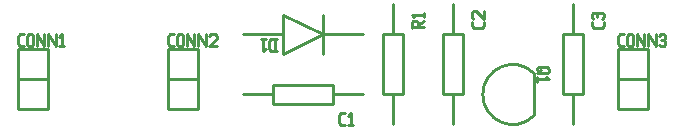
<source format=gbr>
G04 start of page 8 for group -4079 idx -4079 *
G04 Title: (unknown), topsilk *
G04 Creator: pcb 20110918 *
G04 CreationDate: Fri 31 May 2013 11:40:48 PM GMT UTC *
G04 For: commonadmin *
G04 Format: Gerber/RS-274X *
G04 PCB-Dimensions: 600000 500000 *
G04 PCB-Coordinate-Origin: lower left *
%MOIN*%
%FSLAX25Y25*%
%LNTOPSILK*%
%ADD45C,0.0100*%
G54D45*X150000Y30000D02*Y20000D01*
Y60000D02*Y50000D01*
X146700D02*Y30000D01*
Y50000D02*X153300D01*
Y30000D01*
X146700D02*X153300D01*
X225000Y25000D02*X235000D01*
Y45000D02*Y25000D01*
X225000Y45000D02*X235000D01*
X225000D02*Y25000D01*
X235000Y35000D02*Y25000D01*
X225000Y35000D02*X235000D01*
X210000Y30000D02*Y20000D01*
Y60000D02*Y50000D01*
X206700D02*Y30000D01*
Y50000D02*X213300D01*
Y30000D01*
X206700D02*X213300D01*
X197000Y37000D02*Y23000D01*
X197071Y37071D02*G75*G03X197071Y22929I-7071J-7071D01*G01*
X170000Y30000D02*Y20000D01*
Y60000D02*Y50000D01*
X166700D02*Y30000D01*
Y50000D02*X173300D01*
Y30000D01*
X166700D02*X173300D01*
X75000Y25000D02*X85000D01*
Y45000D02*Y25000D01*
X75000Y45000D02*X85000D01*
X75000D02*Y25000D01*
X85000Y35000D02*Y25000D01*
X75000Y35000D02*X85000D01*
X25000Y25000D02*X35000D01*
Y45000D02*Y25000D01*
X25000Y45000D02*X35000D01*
X25000D02*Y25000D01*
X35000Y35000D02*Y25000D01*
X25000Y35000D02*X35000D01*
X126700Y50000D02*X140000D01*
X100000D02*X113300D01*
X126700D02*X113300Y43400D01*
Y56600D02*Y43400D01*
Y56600D02*X126700Y50000D01*
Y56600D02*Y43400D01*
X100000Y30000D02*X110000D01*
X130000D02*X140000D01*
X110000Y33300D02*X130000D01*
Y26700D01*
X110000D02*X130000D01*
X110000Y33300D02*Y26700D01*
X156300Y54000D02*Y52000D01*
Y54000D02*X156800Y54500D01*
X157800D01*
X158300Y54000D02*X157800Y54500D01*
X158300Y54000D02*Y52500D01*
X156300D02*X160300D01*
X158300Y53300D02*X160300Y54500D01*
X157100Y55700D02*X156300Y56500D01*
X160300D01*
Y57200D02*Y55700D01*
X225700Y46000D02*X227000D01*
X225000Y46700D02*X225700Y46000D01*
X225000Y49300D02*Y46700D01*
Y49300D02*X225700Y50000D01*
X227000D01*
X228200Y49500D02*Y46500D01*
Y49500D02*X228700Y50000D01*
X229700D01*
X230200Y49500D01*
Y46500D01*
X229700Y46000D02*X230200Y46500D01*
X228700Y46000D02*X229700D01*
X228200Y46500D02*X228700Y46000D01*
X231400Y50000D02*Y46000D01*
Y50000D02*X233900Y46000D01*
Y50000D02*Y46000D01*
X235100Y50000D02*Y46000D01*
Y50000D02*X237600Y46000D01*
Y50000D02*Y46000D01*
X238800Y49500D02*X239300Y50000D01*
X240300D01*
X240800Y49500D01*
X240300Y46000D02*X240800Y46500D01*
X239300Y46000D02*X240300D01*
X238800Y46500D02*X239300Y46000D01*
Y48200D02*X240300D01*
X240800Y49500D02*Y48700D01*
Y47700D02*Y46500D01*
Y47700D02*X240300Y48200D01*
X240800Y48700D02*X240300Y48200D01*
X220300Y54000D02*Y52700D01*
X219600Y52000D02*X220300Y52700D01*
X217000Y52000D02*X219600D01*
X217000D02*X216300Y52700D01*
Y54000D02*Y52700D01*
X216800Y55200D02*X216300Y55700D01*
Y56700D02*Y55700D01*
Y56700D02*X216800Y57200D01*
X220300Y56700D02*X219800Y57200D01*
X220300Y56700D02*Y55700D01*
X219800Y55200D02*X220300Y55700D01*
X218100Y56700D02*Y55700D01*
X216800Y57200D02*X217600D01*
X218600D02*X219800D01*
X218600D02*X218100Y56700D01*
X217600Y57200D02*X218100Y56700D01*
X198500Y39000D02*X201500D01*
X202000Y38500D01*
Y37500D01*
X201500Y37000D01*
X199000D02*X201500D01*
X198000Y38000D02*X199000Y37000D01*
X198000Y38500D02*Y38000D01*
X198500Y39000D02*X198000Y38500D01*
X199500Y38000D02*X198000Y37000D01*
X201200Y35800D02*X202000Y35000D01*
X198000D02*X202000D01*
X198000Y35800D02*Y34300D01*
X180300Y54000D02*Y52700D01*
X179600Y52000D02*X180300Y52700D01*
X177000Y52000D02*X179600D01*
X177000D02*X176300Y52700D01*
Y54000D02*Y52700D01*
X176800Y55200D02*X176300Y55700D01*
Y57200D02*Y55700D01*
Y57200D02*X176800Y57700D01*
X177800D01*
X180300Y55200D02*X177800Y57700D01*
X180300D02*Y55200D01*
X75700Y46000D02*X77000D01*
X75000Y46700D02*X75700Y46000D01*
X75000Y49300D02*Y46700D01*
Y49300D02*X75700Y50000D01*
X77000D01*
X78200Y49500D02*Y46500D01*
Y49500D02*X78700Y50000D01*
X79700D01*
X80200Y49500D01*
Y46500D01*
X79700Y46000D02*X80200Y46500D01*
X78700Y46000D02*X79700D01*
X78200Y46500D02*X78700Y46000D01*
X81400Y50000D02*Y46000D01*
Y50000D02*X83900Y46000D01*
Y50000D02*Y46000D01*
X85100Y50000D02*Y46000D01*
Y50000D02*X87600Y46000D01*
Y50000D02*Y46000D01*
X88800Y49500D02*X89300Y50000D01*
X90800D01*
X91300Y49500D01*
Y48500D01*
X88800Y46000D02*X91300Y48500D01*
X88800Y46000D02*X91300D01*
X25700D02*X27000D01*
X25000Y46700D02*X25700Y46000D01*
X25000Y49300D02*Y46700D01*
Y49300D02*X25700Y50000D01*
X27000D01*
X28200Y49500D02*Y46500D01*
Y49500D02*X28700Y50000D01*
X29700D01*
X30200Y49500D01*
Y46500D01*
X29700Y46000D02*X30200Y46500D01*
X28700Y46000D02*X29700D01*
X28200Y46500D02*X28700Y46000D01*
X31400Y50000D02*Y46000D01*
Y50000D02*X33900Y46000D01*
Y50000D02*Y46000D01*
X35100Y50000D02*Y46000D01*
Y50000D02*X37600Y46000D01*
Y50000D02*Y46000D01*
X38800Y49200D02*X39600Y50000D01*
Y46000D01*
X38800D02*X40300D01*
X110800Y48400D02*Y44400D01*
X109500D02*X108800Y45100D01*
Y47700D02*Y45100D01*
X109500Y48400D02*X108800Y47700D01*
X109500Y48400D02*X111300D01*
X109500Y44400D02*X111300D01*
X107600Y45200D02*X106800Y44400D01*
Y48400D02*Y44400D01*
X106100Y48400D02*X107600D01*
X132700Y19700D02*X134000D01*
X132000Y20400D02*X132700Y19700D01*
X132000Y23000D02*Y20400D01*
Y23000D02*X132700Y23700D01*
X134000D01*
X135200Y22900D02*X136000Y23700D01*
Y19700D01*
X135200D02*X136700D01*
M02*

</source>
